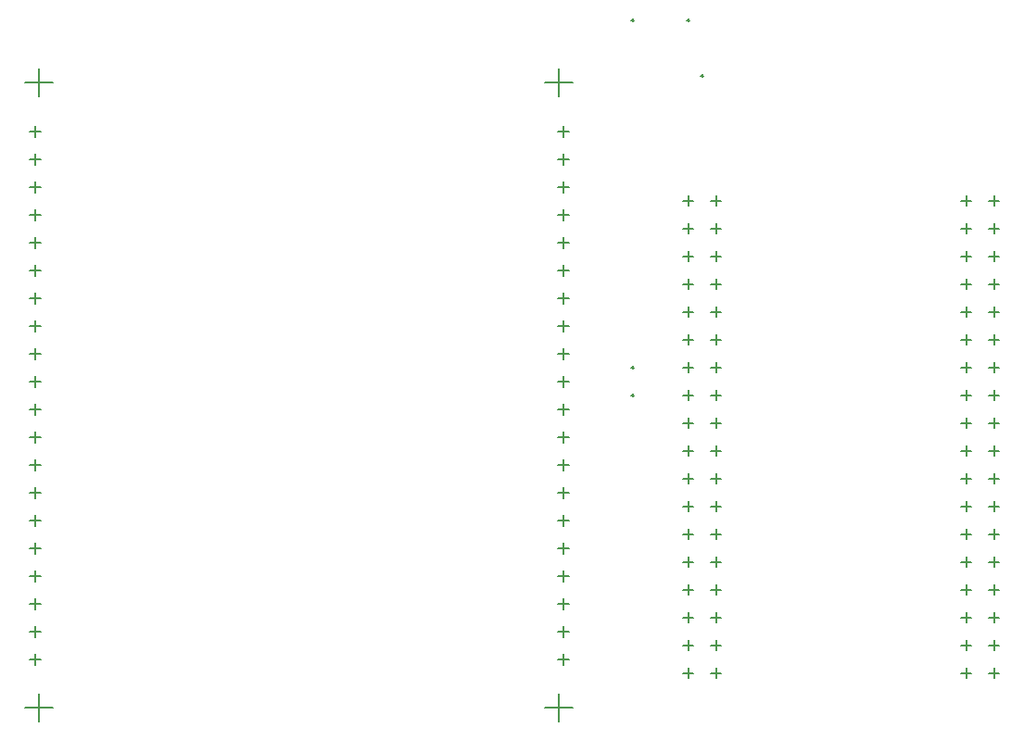
<source format=gbr>
G04*
G04 #@! TF.GenerationSoftware,Altium Limited,Altium Designer,25.5.2 (35)*
G04*
G04 Layer_Color=128*
%FSLAX25Y25*%
%MOIN*%
G70*
G04*
G04 #@! TF.SameCoordinates,B2316909-82D1-4C6C-8CF9-3FEF708230A5*
G04*
G04*
G04 #@! TF.FilePolarity,Positive*
G04*
G01*
G75*
%ADD11C,0.00500*%
D11*
X258250Y220000D02*
X261750D01*
X260000Y218250D02*
Y221750D01*
X268250Y220000D02*
X271750D01*
X270000Y218250D02*
Y221750D01*
X258250Y210000D02*
X261750D01*
X260000Y208250D02*
Y211750D01*
X268250Y210000D02*
X271750D01*
X270000Y208250D02*
Y211750D01*
X258250Y200000D02*
X261750D01*
X260000Y198250D02*
Y201750D01*
X268250Y200000D02*
X271750D01*
X270000Y198250D02*
Y201750D01*
X258250Y190000D02*
X261750D01*
X260000Y188250D02*
Y191750D01*
X268250Y190000D02*
X271750D01*
X270000Y188250D02*
Y191750D01*
X258250Y180000D02*
X261750D01*
X260000Y178250D02*
Y181750D01*
X268250Y180000D02*
X271750D01*
X270000Y178250D02*
Y181750D01*
X258250Y170000D02*
X261750D01*
X260000Y168250D02*
Y171750D01*
X268250Y170000D02*
X271750D01*
X270000Y168250D02*
Y171750D01*
X258250Y160000D02*
X261750D01*
X260000Y158250D02*
Y161750D01*
X268250Y160000D02*
X271750D01*
X270000Y158250D02*
Y161750D01*
X258250Y150000D02*
X261750D01*
X260000Y148250D02*
Y151750D01*
X268250Y150000D02*
X271750D01*
X270000Y148250D02*
Y151750D01*
X258250Y140000D02*
X261750D01*
X260000Y138250D02*
Y141750D01*
X268250Y140000D02*
X271750D01*
X270000Y138250D02*
Y141750D01*
X258250Y130000D02*
X261750D01*
X260000Y128250D02*
Y131750D01*
X268250Y130000D02*
X271750D01*
X270000Y128250D02*
Y131750D01*
X258250Y120000D02*
X261750D01*
X260000Y118250D02*
Y121750D01*
X268250Y120000D02*
X271750D01*
X270000Y118250D02*
Y121750D01*
X258250Y110000D02*
X261750D01*
X260000Y108250D02*
Y111750D01*
X268250Y110000D02*
X271750D01*
X270000Y108250D02*
Y111750D01*
X258250Y100000D02*
X261750D01*
X260000Y98250D02*
Y101750D01*
X268250Y100000D02*
X271750D01*
X270000Y98250D02*
Y101750D01*
X258250Y90000D02*
X261750D01*
X260000Y88250D02*
Y91750D01*
X268250Y90000D02*
X271750D01*
X270000Y88250D02*
Y91750D01*
X258250Y80000D02*
X261750D01*
X260000Y78250D02*
Y81750D01*
X268250Y80000D02*
X271750D01*
X270000Y78250D02*
Y81750D01*
X258250Y70000D02*
X261750D01*
X260000Y68250D02*
Y71750D01*
X268250Y70000D02*
X271750D01*
X270000Y68250D02*
Y71750D01*
X258250Y60000D02*
X261750D01*
X260000Y58250D02*
Y61750D01*
X268250Y60000D02*
X271750D01*
X270000Y58250D02*
Y61750D01*
X258250Y50000D02*
X261750D01*
X260000Y48250D02*
Y51750D01*
X268250Y50000D02*
X271750D01*
X270000Y48250D02*
Y51750D01*
X358250Y220000D02*
X361750D01*
X360000Y218250D02*
Y221750D01*
X368250Y220000D02*
X371750D01*
X370000Y218250D02*
Y221750D01*
X358250Y210000D02*
X361750D01*
X360000Y208250D02*
Y211750D01*
X368250Y210000D02*
X371750D01*
X370000Y208250D02*
Y211750D01*
X358250Y200000D02*
X361750D01*
X360000Y198250D02*
Y201750D01*
X368250Y200000D02*
X371750D01*
X370000Y198250D02*
Y201750D01*
X358250Y190000D02*
X361750D01*
X360000Y188250D02*
Y191750D01*
X368250Y190000D02*
X371750D01*
X370000Y188250D02*
Y191750D01*
X358250Y180000D02*
X361750D01*
X360000Y178250D02*
Y181750D01*
X368250Y180000D02*
X371750D01*
X370000Y178250D02*
Y181750D01*
X358250Y170000D02*
X361750D01*
X360000Y168250D02*
Y171750D01*
X368250Y170000D02*
X371750D01*
X370000Y168250D02*
Y171750D01*
X358250Y160000D02*
X361750D01*
X360000Y158250D02*
Y161750D01*
X368250Y160000D02*
X371750D01*
X370000Y158250D02*
Y161750D01*
X358250Y150000D02*
X361750D01*
X360000Y148250D02*
Y151750D01*
X368250Y150000D02*
X371750D01*
X370000Y148250D02*
Y151750D01*
X358250Y140000D02*
X361750D01*
X360000Y138250D02*
Y141750D01*
X368250Y140000D02*
X371750D01*
X370000Y138250D02*
Y141750D01*
X358250Y130000D02*
X361750D01*
X360000Y128250D02*
Y131750D01*
X368250Y130000D02*
X371750D01*
X370000Y128250D02*
Y131750D01*
X358250Y120000D02*
X361750D01*
X360000Y118250D02*
Y121750D01*
X368250Y120000D02*
X371750D01*
X370000Y118250D02*
Y121750D01*
X358250Y110000D02*
X361750D01*
X360000Y108250D02*
Y111750D01*
X368250Y110000D02*
X371750D01*
X370000Y108250D02*
Y111750D01*
X358250Y100000D02*
X361750D01*
X360000Y98250D02*
Y101750D01*
X368250Y100000D02*
X371750D01*
X370000Y98250D02*
Y101750D01*
X358250Y90000D02*
X361750D01*
X360000Y88250D02*
Y91750D01*
X368250Y90000D02*
X371750D01*
X370000Y88250D02*
Y91750D01*
X358250Y80000D02*
X361750D01*
X360000Y78250D02*
Y81750D01*
X368250Y80000D02*
X371750D01*
X370000Y78250D02*
Y81750D01*
X358250Y70000D02*
X361750D01*
X360000Y68250D02*
Y71750D01*
X368250Y70000D02*
X371750D01*
X370000Y68250D02*
Y71750D01*
X358250Y60000D02*
X361750D01*
X360000Y58250D02*
Y61750D01*
X368250Y60000D02*
X371750D01*
X370000Y58250D02*
Y61750D01*
X358250Y50000D02*
X361750D01*
X360000Y48250D02*
Y51750D01*
X368250Y50000D02*
X371750D01*
X370000Y48250D02*
Y51750D01*
X21500Y37500D02*
X31500D01*
X26500Y32500D02*
Y42500D01*
X208500Y37500D02*
X218500D01*
X213500Y32500D02*
Y42500D01*
X21500Y262500D02*
X31500D01*
X26500Y257500D02*
Y267500D01*
X208500Y262500D02*
X218500D01*
X213500Y257500D02*
Y267500D01*
X22992Y55000D02*
X27008D01*
X25000Y52992D02*
Y57008D01*
X22992Y145000D02*
X27008D01*
X25000Y142992D02*
Y147008D01*
X22992Y135000D02*
X27008D01*
X25000Y132992D02*
Y137008D01*
X22992Y125000D02*
X27008D01*
X25000Y122992D02*
Y127008D01*
X22992Y115000D02*
X27008D01*
X25000Y112992D02*
Y117008D01*
X22992Y105000D02*
X27008D01*
X25000Y102992D02*
Y107008D01*
X22992Y95000D02*
X27008D01*
X25000Y92992D02*
Y97008D01*
X22992Y85000D02*
X27008D01*
X25000Y82992D02*
Y87008D01*
X22992Y75000D02*
X27008D01*
X25000Y72992D02*
Y77008D01*
X22992Y65000D02*
X27008D01*
X25000Y62992D02*
Y67008D01*
X22992Y155000D02*
X27008D01*
X25000Y152992D02*
Y157008D01*
X22992Y165000D02*
X27008D01*
X25000Y162992D02*
Y167008D01*
X22992Y175000D02*
X27008D01*
X25000Y172992D02*
Y177008D01*
X22992Y185000D02*
X27008D01*
X25000Y182992D02*
Y187008D01*
X22992Y195000D02*
X27008D01*
X25000Y192992D02*
Y197008D01*
X22992Y205000D02*
X27008D01*
X25000Y202992D02*
Y207008D01*
X22992Y215000D02*
X27008D01*
X25000Y212992D02*
Y217008D01*
X22992Y225000D02*
X27008D01*
X25000Y222992D02*
Y227008D01*
X22992Y235000D02*
X27008D01*
X25000Y232992D02*
Y237008D01*
X22992Y245000D02*
X27008D01*
X25000Y242992D02*
Y247008D01*
X212992Y55000D02*
X217008D01*
X215000Y52992D02*
Y57008D01*
X212992Y65000D02*
X217008D01*
X215000Y62992D02*
Y67008D01*
X212992Y75000D02*
X217008D01*
X215000Y72992D02*
Y77008D01*
X212992Y85000D02*
X217008D01*
X215000Y82992D02*
Y87008D01*
X212992Y95000D02*
X217008D01*
X215000Y92992D02*
Y97008D01*
X212992Y105000D02*
X217008D01*
X215000Y102992D02*
Y107008D01*
X212992Y115000D02*
X217008D01*
X215000Y112992D02*
Y117008D01*
X212992Y125000D02*
X217008D01*
X215000Y122992D02*
Y127008D01*
X212992Y135000D02*
X217008D01*
X215000Y132992D02*
Y137008D01*
X212992Y145000D02*
X217008D01*
X215000Y142992D02*
Y147008D01*
X212992Y155000D02*
X217008D01*
X215000Y152992D02*
Y157008D01*
X212992Y165000D02*
X217008D01*
X215000Y162992D02*
Y167008D01*
X212992Y175000D02*
X217008D01*
X215000Y172992D02*
Y177008D01*
X212992Y185000D02*
X217008D01*
X215000Y182992D02*
Y187008D01*
X212992Y195000D02*
X217008D01*
X215000Y192992D02*
Y197008D01*
X212992Y205000D02*
X217008D01*
X215000Y202992D02*
Y207008D01*
X212992Y215000D02*
X217008D01*
X215000Y212992D02*
Y217008D01*
X212992Y225000D02*
X217008D01*
X215000Y222992D02*
Y227008D01*
X212992Y235000D02*
X217008D01*
X215000Y232992D02*
Y237008D01*
X212992Y245000D02*
X217008D01*
X215000Y242992D02*
Y247008D01*
X239409Y285000D02*
X240591D01*
X240000Y284409D02*
Y285591D01*
X259409Y285000D02*
X260591D01*
X260000Y284409D02*
Y285591D01*
X264409Y265000D02*
X265591D01*
X265000Y264409D02*
Y265591D01*
X239409Y160000D02*
X240591D01*
X240000Y159409D02*
Y160591D01*
X239409Y150000D02*
X240591D01*
X240000Y149409D02*
Y150591D01*
M02*

</source>
